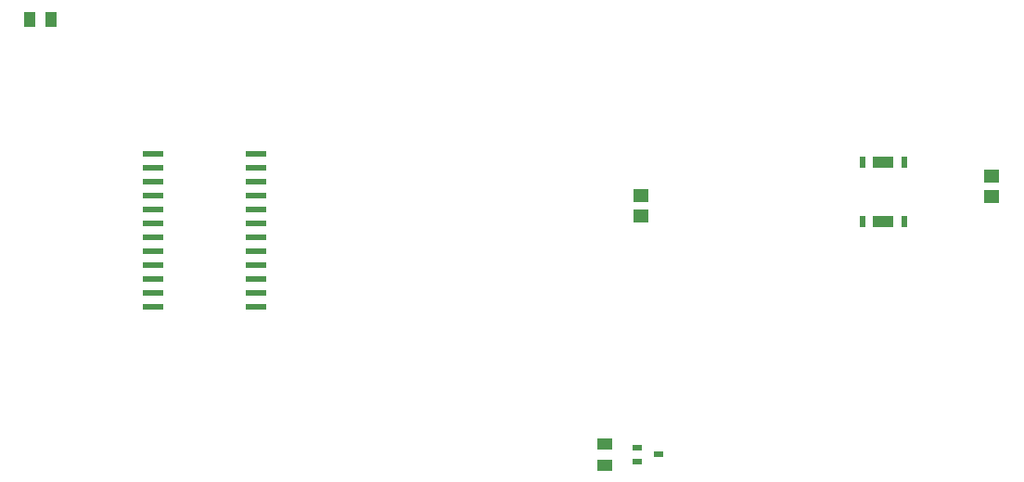
<source format=gtp>
G04*
G04 #@! TF.GenerationSoftware,Altium Limited,Altium Designer,21.7.2 (23)*
G04*
G04 Layer_Color=8421504*
%FSLAX25Y25*%
%MOIN*%
G70*
G04*
G04 #@! TF.SameCoordinates,2DF3D4ED-E0DB-4B01-A8BF-79668011FF23*
G04*
G04*
G04 #@! TF.FilePolarity,Positive*
G04*
G01*
G75*
%ADD14R,0.07677X0.02165*%
%ADD15R,0.02362X0.04134*%
%ADD16R,0.07362X0.04134*%
%ADD17R,0.05709X0.04528*%
%ADD18R,0.03937X0.05709*%
%ADD19R,0.03347X0.01968*%
%ADD20R,0.05709X0.03937*%
D14*
X74496Y70000D02*
D03*
Y75000D02*
D03*
Y80000D02*
D03*
Y85000D02*
D03*
Y90000D02*
D03*
Y95000D02*
D03*
Y100000D02*
D03*
Y105000D02*
D03*
Y110000D02*
D03*
Y115000D02*
D03*
Y120000D02*
D03*
Y125000D02*
D03*
X111504D02*
D03*
Y120000D02*
D03*
Y115000D02*
D03*
Y110000D02*
D03*
Y105000D02*
D03*
Y100000D02*
D03*
Y95000D02*
D03*
Y90000D02*
D03*
Y85000D02*
D03*
Y80000D02*
D03*
Y75000D02*
D03*
Y70000D02*
D03*
D15*
X329500Y100937D02*
D03*
X344500D02*
D03*
X329500Y122000D02*
D03*
X344500D02*
D03*
D16*
X337000Y100937D02*
D03*
Y122000D02*
D03*
D17*
X376000Y117043D02*
D03*
Y109957D02*
D03*
X250000Y110043D02*
D03*
Y102957D02*
D03*
D18*
X30260Y173500D02*
D03*
X37740D02*
D03*
D19*
X256339Y17000D02*
D03*
X248661Y14441D02*
D03*
Y19559D02*
D03*
D20*
X237000Y20740D02*
D03*
Y13260D02*
D03*
M02*

</source>
